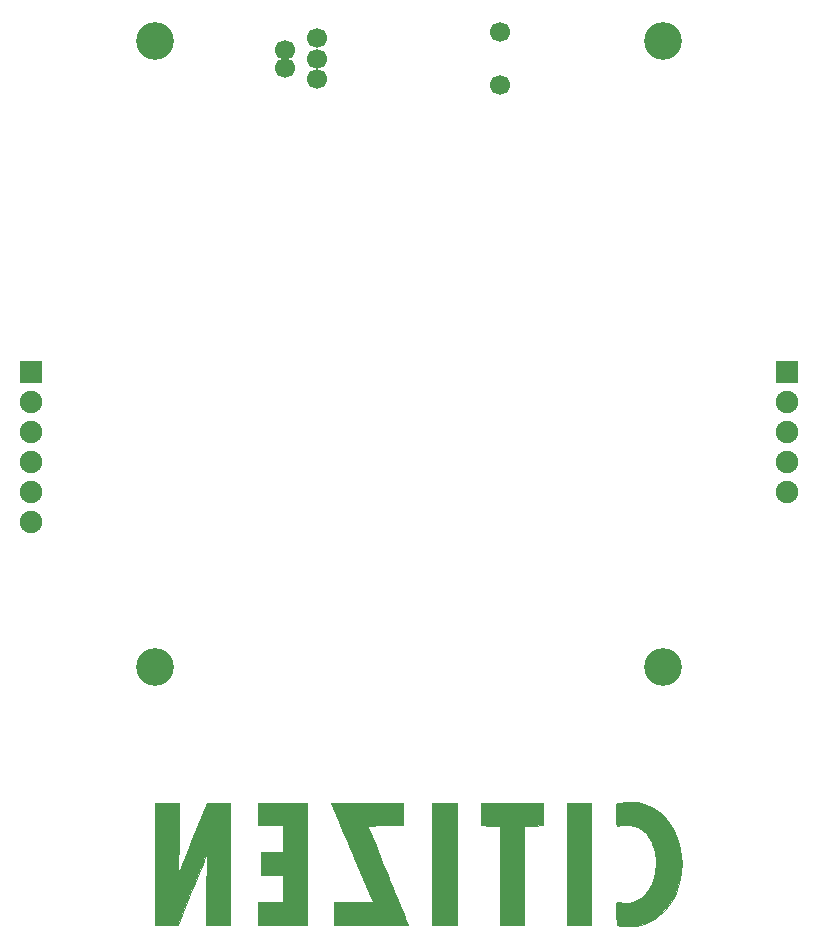
<source format=gbs>
G04 #@! TF.FileFunction,Soldermask,Bot*
%FSLAX46Y46*%
G04 Gerber Fmt 4.6, Leading zero omitted, Abs format (unit mm)*
G04 Created by KiCad (PCBNEW 4.0.7-e0-6372~58~ubuntu16.04.1) date Fri Aug  4 00:12:12 2017*
%MOMM*%
%LPD*%
G01*
G04 APERTURE LIST*
%ADD10C,0.100000*%
%ADD11C,0.010000*%
%ADD12C,1.700000*%
%ADD13O,1.900000X1.900000*%
%ADD14R,1.900000X1.900000*%
%ADD15C,3.200000*%
G04 APERTURE END LIST*
D10*
D11*
G36*
X154372161Y-114407768D02*
X153867853Y-114493359D01*
X153763583Y-114520056D01*
X153583667Y-114568670D01*
X153583667Y-115515669D01*
X153585019Y-115788523D01*
X153588807Y-116030512D01*
X153594630Y-116229670D01*
X153602086Y-116374032D01*
X153610774Y-116451631D01*
X153615417Y-116461657D01*
X153673379Y-116451603D01*
X153779150Y-116427755D01*
X153816500Y-116418655D01*
X154000591Y-116390234D01*
X154237066Y-116377825D01*
X154495288Y-116380841D01*
X154744618Y-116398695D01*
X154954417Y-116430798D01*
X154998385Y-116441320D01*
X155390852Y-116588185D01*
X155752510Y-116809667D01*
X156076361Y-117099132D01*
X156355409Y-117449947D01*
X156582657Y-117855480D01*
X156646461Y-118003606D01*
X156703802Y-118168516D01*
X156765923Y-118381766D01*
X156822971Y-118608304D01*
X156846129Y-118713746D01*
X156884931Y-118918455D01*
X156909212Y-119099489D01*
X156920823Y-119284634D01*
X156921616Y-119501674D01*
X156914747Y-119743500D01*
X156863207Y-120333256D01*
X156752308Y-120869037D01*
X156579434Y-121359705D01*
X156341975Y-121814120D01*
X156271758Y-121923781D01*
X155998926Y-122269909D01*
X155685569Y-122554663D01*
X155340676Y-122773827D01*
X154973236Y-122923187D01*
X154592240Y-122998525D01*
X154206677Y-122995627D01*
X154042066Y-122969349D01*
X153880084Y-122933921D01*
X153743862Y-122900794D01*
X153660840Y-122876678D01*
X153656958Y-122875196D01*
X153633228Y-122870163D01*
X153615314Y-122882963D01*
X153602574Y-122923309D01*
X153594364Y-123000917D01*
X153590041Y-123125503D01*
X153588963Y-123306783D01*
X153590485Y-123554471D01*
X153593458Y-123834417D01*
X153604833Y-124823500D01*
X153880000Y-124894695D01*
X154116057Y-124936707D01*
X154407410Y-124959454D01*
X154726862Y-124962742D01*
X155047217Y-124946374D01*
X155341279Y-124910152D01*
X155368052Y-124905455D01*
X155921694Y-124762989D01*
X156456049Y-124541719D01*
X156959114Y-124247192D01*
X157235127Y-124042325D01*
X157657954Y-123647894D01*
X158031481Y-123191756D01*
X158353564Y-122682525D01*
X158622060Y-122128813D01*
X158834824Y-121539233D01*
X158989714Y-120922398D01*
X159084586Y-120286921D01*
X159117295Y-119641414D01*
X159085698Y-118994491D01*
X158987651Y-118354763D01*
X158821011Y-117730844D01*
X158812473Y-117705094D01*
X158569108Y-117088113D01*
X158271106Y-116525120D01*
X157922070Y-116019997D01*
X157525603Y-115576626D01*
X157085308Y-115198888D01*
X156604785Y-114890665D01*
X156087639Y-114655839D01*
X155933167Y-114602611D01*
X155392575Y-114461928D01*
X154876321Y-114397135D01*
X154372161Y-114407768D01*
X154372161Y-114407768D01*
G37*
X154372161Y-114407768D02*
X153867853Y-114493359D01*
X153763583Y-114520056D01*
X153583667Y-114568670D01*
X153583667Y-115515669D01*
X153585019Y-115788523D01*
X153588807Y-116030512D01*
X153594630Y-116229670D01*
X153602086Y-116374032D01*
X153610774Y-116451631D01*
X153615417Y-116461657D01*
X153673379Y-116451603D01*
X153779150Y-116427755D01*
X153816500Y-116418655D01*
X154000591Y-116390234D01*
X154237066Y-116377825D01*
X154495288Y-116380841D01*
X154744618Y-116398695D01*
X154954417Y-116430798D01*
X154998385Y-116441320D01*
X155390852Y-116588185D01*
X155752510Y-116809667D01*
X156076361Y-117099132D01*
X156355409Y-117449947D01*
X156582657Y-117855480D01*
X156646461Y-118003606D01*
X156703802Y-118168516D01*
X156765923Y-118381766D01*
X156822971Y-118608304D01*
X156846129Y-118713746D01*
X156884931Y-118918455D01*
X156909212Y-119099489D01*
X156920823Y-119284634D01*
X156921616Y-119501674D01*
X156914747Y-119743500D01*
X156863207Y-120333256D01*
X156752308Y-120869037D01*
X156579434Y-121359705D01*
X156341975Y-121814120D01*
X156271758Y-121923781D01*
X155998926Y-122269909D01*
X155685569Y-122554663D01*
X155340676Y-122773827D01*
X154973236Y-122923187D01*
X154592240Y-122998525D01*
X154206677Y-122995627D01*
X154042066Y-122969349D01*
X153880084Y-122933921D01*
X153743862Y-122900794D01*
X153660840Y-122876678D01*
X153656958Y-122875196D01*
X153633228Y-122870163D01*
X153615314Y-122882963D01*
X153602574Y-122923309D01*
X153594364Y-123000917D01*
X153590041Y-123125503D01*
X153588963Y-123306783D01*
X153590485Y-123554471D01*
X153593458Y-123834417D01*
X153604833Y-124823500D01*
X153880000Y-124894695D01*
X154116057Y-124936707D01*
X154407410Y-124959454D01*
X154726862Y-124962742D01*
X155047217Y-124946374D01*
X155341279Y-124910152D01*
X155368052Y-124905455D01*
X155921694Y-124762989D01*
X156456049Y-124541719D01*
X156959114Y-124247192D01*
X157235127Y-124042325D01*
X157657954Y-123647894D01*
X158031481Y-123191756D01*
X158353564Y-122682525D01*
X158622060Y-122128813D01*
X158834824Y-121539233D01*
X158989714Y-120922398D01*
X159084586Y-120286921D01*
X159117295Y-119641414D01*
X159085698Y-118994491D01*
X158987651Y-118354763D01*
X158821011Y-117730844D01*
X158812473Y-117705094D01*
X158569108Y-117088113D01*
X158271106Y-116525120D01*
X157922070Y-116019997D01*
X157525603Y-115576626D01*
X157085308Y-115198888D01*
X156604785Y-114890665D01*
X156087639Y-114655839D01*
X155933167Y-114602611D01*
X155392575Y-114461928D01*
X154876321Y-114397135D01*
X154372161Y-114407768D01*
G36*
X149392667Y-124887000D02*
X151467000Y-124887000D01*
X151467000Y-114515334D01*
X149392667Y-114515334D01*
X149392667Y-124887000D01*
X149392667Y-124887000D01*
G37*
X149392667Y-124887000D02*
X151467000Y-124887000D01*
X151467000Y-114515334D01*
X149392667Y-114515334D01*
X149392667Y-124887000D01*
G36*
X142111333Y-116418465D02*
X142905083Y-116429983D01*
X143698833Y-116441500D01*
X143720409Y-124887000D01*
X145751591Y-124887000D01*
X145773167Y-116441500D01*
X146566917Y-116429983D01*
X147360667Y-116418465D01*
X147360667Y-114515334D01*
X142111333Y-114515334D01*
X142111333Y-116418465D01*
X142111333Y-116418465D01*
G37*
X142111333Y-116418465D02*
X142905083Y-116429983D01*
X143698833Y-116441500D01*
X143720409Y-124887000D01*
X145751591Y-124887000D01*
X145773167Y-116441500D01*
X146566917Y-116429983D01*
X147360667Y-116418465D01*
X147360667Y-114515334D01*
X142111333Y-114515334D01*
X142111333Y-116418465D01*
G36*
X138005000Y-124887000D02*
X140079333Y-124887000D01*
X140079333Y-114515334D01*
X138005000Y-114515334D01*
X138005000Y-124887000D01*
X138005000Y-124887000D01*
G37*
X138005000Y-124887000D02*
X140079333Y-124887000D01*
X140079333Y-114515334D01*
X138005000Y-114515334D01*
X138005000Y-124887000D01*
G36*
X129859776Y-115563083D02*
X129947841Y-115772646D01*
X130065061Y-116051575D01*
X130207784Y-116391183D01*
X130372360Y-116782782D01*
X130555136Y-117217686D01*
X130752464Y-117687208D01*
X130960690Y-118182660D01*
X131176166Y-118695356D01*
X131395239Y-119216608D01*
X131614259Y-119737730D01*
X131625580Y-119764667D01*
X132951098Y-122918500D01*
X131329382Y-122929581D01*
X129707667Y-122940661D01*
X129707667Y-124887000D01*
X132819167Y-124887000D01*
X133490482Y-124886464D01*
X134078112Y-124884846D01*
X134583030Y-124882132D01*
X135006210Y-124878309D01*
X135348626Y-124873363D01*
X135611252Y-124867280D01*
X135795063Y-124860047D01*
X135901032Y-124851650D01*
X135930667Y-124843273D01*
X135914966Y-124798916D01*
X135869258Y-124681386D01*
X135795634Y-124495853D01*
X135696187Y-124247490D01*
X135573009Y-123941468D01*
X135428191Y-123582959D01*
X135263825Y-123177136D01*
X135082004Y-122729169D01*
X134884818Y-122244232D01*
X134674361Y-121727495D01*
X134452723Y-121184130D01*
X134237333Y-120656827D01*
X134007122Y-120093183D01*
X133786138Y-119551281D01*
X133576472Y-119036298D01*
X133380217Y-118553410D01*
X133199466Y-118107794D01*
X133036311Y-117704627D01*
X132892845Y-117349086D01*
X132771159Y-117046348D01*
X132673347Y-116801590D01*
X132601499Y-116619989D01*
X132557710Y-116506721D01*
X132544000Y-116467221D01*
X132573342Y-116453536D01*
X132664096Y-116442400D01*
X132820352Y-116433684D01*
X133046204Y-116427258D01*
X133345741Y-116422992D01*
X133723056Y-116420758D01*
X134025667Y-116420334D01*
X135507333Y-116420334D01*
X135507333Y-114515334D01*
X132463411Y-114515333D01*
X129419488Y-114515333D01*
X129859776Y-115563083D01*
X129859776Y-115563083D01*
G37*
X129859776Y-115563083D02*
X129947841Y-115772646D01*
X130065061Y-116051575D01*
X130207784Y-116391183D01*
X130372360Y-116782782D01*
X130555136Y-117217686D01*
X130752464Y-117687208D01*
X130960690Y-118182660D01*
X131176166Y-118695356D01*
X131395239Y-119216608D01*
X131614259Y-119737730D01*
X131625580Y-119764667D01*
X132951098Y-122918500D01*
X131329382Y-122929581D01*
X129707667Y-122940661D01*
X129707667Y-124887000D01*
X132819167Y-124887000D01*
X133490482Y-124886464D01*
X134078112Y-124884846D01*
X134583030Y-124882132D01*
X135006210Y-124878309D01*
X135348626Y-124873363D01*
X135611252Y-124867280D01*
X135795063Y-124860047D01*
X135901032Y-124851650D01*
X135930667Y-124843273D01*
X135914966Y-124798916D01*
X135869258Y-124681386D01*
X135795634Y-124495853D01*
X135696187Y-124247490D01*
X135573009Y-123941468D01*
X135428191Y-123582959D01*
X135263825Y-123177136D01*
X135082004Y-122729169D01*
X134884818Y-122244232D01*
X134674361Y-121727495D01*
X134452723Y-121184130D01*
X134237333Y-120656827D01*
X134007122Y-120093183D01*
X133786138Y-119551281D01*
X133576472Y-119036298D01*
X133380217Y-118553410D01*
X133199466Y-118107794D01*
X133036311Y-117704627D01*
X132892845Y-117349086D01*
X132771159Y-117046348D01*
X132673347Y-116801590D01*
X132601499Y-116619989D01*
X132557710Y-116506721D01*
X132544000Y-116467221D01*
X132573342Y-116453536D01*
X132664096Y-116442400D01*
X132820352Y-116433684D01*
X133046204Y-116427258D01*
X133345741Y-116422992D01*
X133723056Y-116420758D01*
X134025667Y-116420334D01*
X135507333Y-116420334D01*
X135507333Y-114515334D01*
X132463411Y-114515333D01*
X129419488Y-114515333D01*
X129859776Y-115563083D01*
G36*
X123273000Y-116420334D02*
X125347333Y-116420334D01*
X125347333Y-118706334D01*
X123527000Y-118706334D01*
X123527000Y-120611334D01*
X125347333Y-120611334D01*
X125347333Y-122939667D01*
X123273000Y-122939667D01*
X123273000Y-124887000D01*
X127379333Y-124887000D01*
X127379333Y-114515334D01*
X123273000Y-114515334D01*
X123273000Y-116420334D01*
X123273000Y-116420334D01*
G37*
X123273000Y-116420334D02*
X125347333Y-116420334D01*
X125347333Y-118706334D01*
X123527000Y-118706334D01*
X123527000Y-120611334D01*
X125347333Y-120611334D01*
X125347333Y-122939667D01*
X123273000Y-122939667D01*
X123273000Y-124887000D01*
X127379333Y-124887000D01*
X127379333Y-114515334D01*
X123273000Y-114515334D01*
X123273000Y-116420334D01*
G36*
X119920516Y-114525137D02*
X118938698Y-114536500D01*
X117689451Y-117593575D01*
X117492432Y-118075102D01*
X117304618Y-118532954D01*
X117128463Y-118961221D01*
X116966419Y-119353996D01*
X116820940Y-119705370D01*
X116694477Y-120009435D01*
X116589484Y-120260284D01*
X116508413Y-120452007D01*
X116453718Y-120578698D01*
X116427851Y-120634447D01*
X116426138Y-120636583D01*
X116426218Y-120591037D01*
X116440682Y-120487021D01*
X116461320Y-120373508D01*
X116473309Y-120270811D01*
X116484264Y-120088747D01*
X116494201Y-119826555D01*
X116503138Y-119483472D01*
X116511090Y-119058739D01*
X116518075Y-118551592D01*
X116524110Y-117961272D01*
X116528996Y-117319917D01*
X116547425Y-114515334D01*
X114510000Y-114515334D01*
X114510000Y-124887000D01*
X115473083Y-124886138D01*
X116436167Y-124885276D01*
X117684764Y-121791908D01*
X117881008Y-121306241D01*
X118068337Y-120843650D01*
X118244313Y-120410096D01*
X118406498Y-120011538D01*
X118552452Y-119653936D01*
X118679739Y-119343252D01*
X118785919Y-119085445D01*
X118868554Y-118886475D01*
X118925206Y-118752302D01*
X118953436Y-118688887D01*
X118956023Y-118684535D01*
X118960753Y-118718542D01*
X118957521Y-118821511D01*
X118947164Y-118978195D01*
X118930520Y-119173348D01*
X118927340Y-119207015D01*
X118914360Y-119393200D01*
X118903065Y-119661521D01*
X118893500Y-120009463D01*
X118885708Y-120434510D01*
X118879734Y-120934148D01*
X118875620Y-121505861D01*
X118873411Y-122147135D01*
X118873164Y-122315250D01*
X118870333Y-124887000D01*
X120902333Y-124887000D01*
X120902333Y-114513773D01*
X119920516Y-114525137D01*
X119920516Y-114525137D01*
G37*
X119920516Y-114525137D02*
X118938698Y-114536500D01*
X117689451Y-117593575D01*
X117492432Y-118075102D01*
X117304618Y-118532954D01*
X117128463Y-118961221D01*
X116966419Y-119353996D01*
X116820940Y-119705370D01*
X116694477Y-120009435D01*
X116589484Y-120260284D01*
X116508413Y-120452007D01*
X116453718Y-120578698D01*
X116427851Y-120634447D01*
X116426138Y-120636583D01*
X116426218Y-120591037D01*
X116440682Y-120487021D01*
X116461320Y-120373508D01*
X116473309Y-120270811D01*
X116484264Y-120088747D01*
X116494201Y-119826555D01*
X116503138Y-119483472D01*
X116511090Y-119058739D01*
X116518075Y-118551592D01*
X116524110Y-117961272D01*
X116528996Y-117319917D01*
X116547425Y-114515334D01*
X114510000Y-114515334D01*
X114510000Y-124887000D01*
X115473083Y-124886138D01*
X116436167Y-124885276D01*
X117684764Y-121791908D01*
X117881008Y-121306241D01*
X118068337Y-120843650D01*
X118244313Y-120410096D01*
X118406498Y-120011538D01*
X118552452Y-119653936D01*
X118679739Y-119343252D01*
X118785919Y-119085445D01*
X118868554Y-118886475D01*
X118925206Y-118752302D01*
X118953436Y-118688887D01*
X118956023Y-118684535D01*
X118960753Y-118718542D01*
X118957521Y-118821511D01*
X118947164Y-118978195D01*
X118930520Y-119173348D01*
X118927340Y-119207015D01*
X118914360Y-119393200D01*
X118903065Y-119661521D01*
X118893500Y-120009463D01*
X118885708Y-120434510D01*
X118879734Y-120934148D01*
X118875620Y-121505861D01*
X118873411Y-122147135D01*
X118873164Y-122315250D01*
X118870333Y-124887000D01*
X120902333Y-124887000D01*
X120902333Y-114513773D01*
X119920516Y-114525137D01*
D12*
X125500000Y-50750000D03*
X125500000Y-52250000D03*
X143750000Y-53750000D03*
X143750000Y-49250000D03*
X128250000Y-49750000D03*
X128250000Y-51500000D03*
X128250000Y-53250000D03*
D13*
X104000000Y-90700000D03*
X104000000Y-88160000D03*
X104000000Y-85620000D03*
X104000000Y-83080000D03*
X104000000Y-80540000D03*
D14*
X104000000Y-78000000D03*
D13*
X168000000Y-88160000D03*
X168000000Y-85620000D03*
X168000000Y-83080000D03*
X168000000Y-80540000D03*
D14*
X168000000Y-78000000D03*
D15*
X157500000Y-50000000D03*
X157500000Y-103000000D03*
X114500000Y-50000000D03*
X114500000Y-103000000D03*
M02*

</source>
